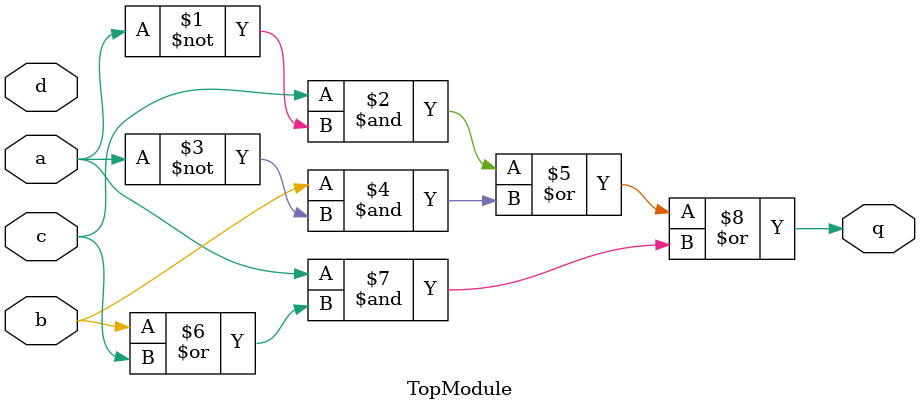
<source format=sv>
module TopModule (
    input logic a,  // Single bit input
    input logic b,  // Single bit input
    input logic c,  // Single bit input
    input logic d,  // Single bit input
    output logic q  // Single bit output
);

assign q = (c & ~a) | (b & ~a) | (a & (b | c));

endmodule
</source>
